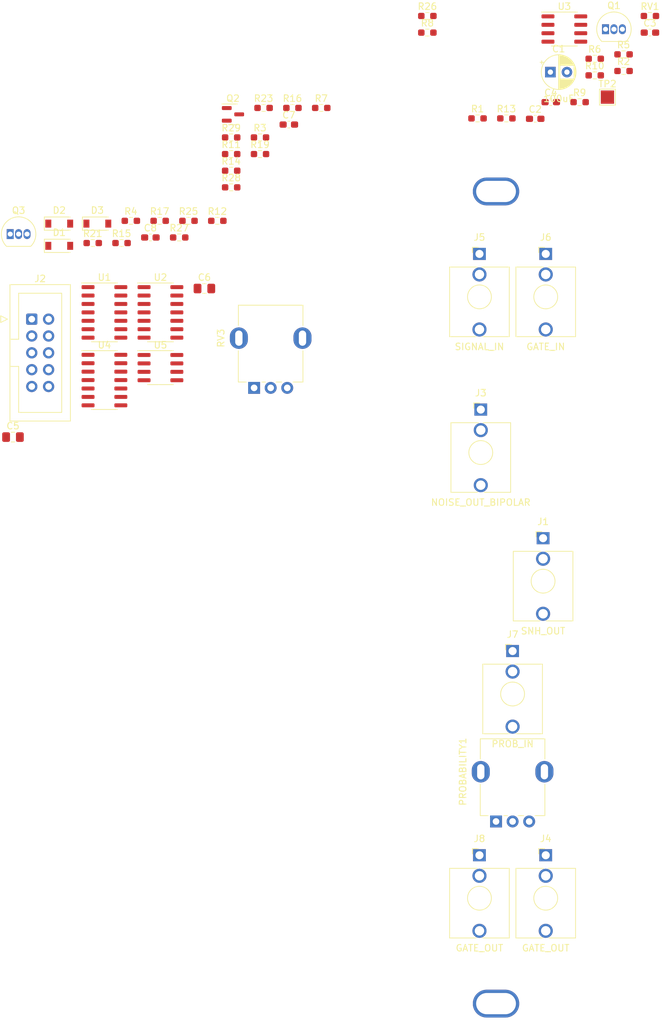
<source format=kicad_pcb>
(kicad_pcb (version 20211014) (generator pcbnew)
  (layers (0 "F.Cu" signal) (31 "B.Cu" signal) (34 "B.Paste" user) (35 "F.Paste" user) (36 "B.SilkS" user "B.Silkscreen") (37 "F.SilkS" user "F.Silkscreen") (38 "B.Mask" user) (39 "F.Mask" user) (44 "Edge.Cuts" user))
  (net 0 "")
  (net 1 "GND")
  (net 2 "Net-(C1-Pad1)")
  (net 3 "Net-(C2-Pad1)")
  (net 4 "Net-(C2-Pad2)")
  (net 5 "Net-(C3-Pad2)")
  (net 6 "Net-(C4-Pad2)")
  (net 7 "+12V")
  (net 8 "-12V")
  (net 9 "Net-(C7-Pad1)")
  (net 10 "Net-(C7-Pad2)")
  (net 11 "Net-(C8-Pad1)")
  (net 12 "Net-(D1-Pad1)")
  (net 13 "Net-(D1-Pad2)")
  (net 14 "Net-(D2-Pad1)")
  (net 15 "Net-(D3-Pad1)")
  (net 17 "SNH_OUTPUT")
  (net 19 "NOISE_OUTPUT")
  (net 21 "Net-(J4-PadT)")
  (net 22 "Net-(J5-PadT)")
  (net 23 "GATE_IN")
  (net 24 "Net-(J7-PadTN)")
  (net 25 "Net-(J7-PadT)")
  (net 27 "Net-(J8-PadT)")
  (net 29 "Net-(Q2-Pad1)")
  (net 30 "Net-(Q3-Pad1)")
  (net 31 "Net-(Q3-Pad2)")
  (net 32 "VREF")
  (net 33 "Net-(R6-Pad1)")
  (net 34 "Net-(R9-Pad1)")
  (net 35 "Net-(R10-Pad1)")
  (net 36 "Net-(R11-Pad1)")
  (net 37 "Net-(R12-Pad2)")
  (net 38 "WHITE_NOISE")
  (net 39 "Net-(R15-Pad1)")
  (net 40 "Net-(R19-Pad1)")
  (net 41 "Net-(R25-Pad1)")
  (net 42 "Net-(R25-Pad2)")
  (net 43 "Net-(R27-Pad1)")
  (net 44 "Net-(R27-Pad2)")
  (net 45 "Net-(R29-Pad1)")
  (net 46 "Net-(RV3-Pad2)")
  (footprint "Package_SO:SOIC-8_3.9x4.9mm_P1.27mm" (layer "F.Cu") (at 127.810225 27.5)
    (fp_text reference "U3" (at 0 -3.4) (layer "F.SilkS"))
    (fp_text value "TL072")
    (pad "1" smd roundrect (at -2.475 -1.905) (size 1.95 0.6) (layers "F.Cu" "F.Paste" "F.Mask") (net 34 "Net-(R9-Pad1)"))
    (pad "2" smd roundrect (at -2.475 -0.635) (size 1.95 0.6) (layers "F.Cu" "F.Paste" "F.Mask") (net 33 "Net-(R6-Pad1)"))
    (pad "3" smd roundrect (at -2.475 0.635) (size 1.95 0.6) (layers "F.Cu" "F.Paste" "F.Mask") (net 4 "Net-(C2-Pad2)"))
    (pad "4" smd roundrect (at -2.475 1.905) (size 1.95 0.6) (layers "F.Cu" "F.Paste" "F.Mask") (net 8 "-12V"))
    (pad "5" smd roundrect (at 2.475 1.905) (size 1.95 0.6) (layers "F.Cu" "F.Paste" "F.Mask") (net 34 "Net-(R9-Pad1)"))
    (pad "6" smd roundrect (at 2.475 0.635) (size 1.95 0.6) (layers "F.Cu" "F.Paste" "F.Mask") (net 35 "Net-(R10-Pad1)"))
    (pad "7" smd roundrect (at 2.475 -0.635) (size 1.95 0.6) (layers "F.Cu" "F.Paste" "F.Mask") (net 38 "WHITE_NOISE"))
    (pad "8" smd roundrect (at 2.475 -1.905) (size 1.95 0.6) (layers "F.Cu" "F.Paste" "F.Mask") (net 7 "+12V"))
  )
  (footprint "Capacitor_SMD:C_0805_2012Metric_Pad1.18x1.45mm_HandSolder" (layer "F.Cu") (at 73.500225 66.64)
    (fp_text reference "C6" (at 0 -1.68) (layer "F.SilkS"))
    (fp_text value "22uF")
    (pad "1" smd roundrect (at -1.0375 0) (size 1.175 1.45) (layers "F.Cu" "F.Paste" "F.Mask") (roundrect_rratio 0.212766) (net 1 "GND"))
    (pad "2" smd roundrect (at 1.0375 0) (size 1.175 1.45) (layers "F.Cu" "F.Paste" "F.Mask") (roundrect_rratio 0.212766) (net 8 "-12V"))
  )
  (footprint "Package_TO_SOT_THT:TO-92_Inline" (layer "F.Cu") (at 44.200225 58.43)
    (fp_text reference "Q3" (at 1.27 -3.56) (layer "F.SilkS"))
    (fp_text value "BC549")
    (pad "1" thru_hole rect (at 0 0) (size 1.05 1.5) (drill 0.75) (layers *.Cu *.Mask) (net 30 "Net-(Q3-Pad1)"))
    (pad "2" thru_hole oval (at 1.27 0) (size 1.05 1.5) (drill 0.75) (layers *.Cu *.Mask) (net 31 "Net-(Q3-Pad2)"))
    (pad "3" thru_hole oval (at 2.54 0) (size 1.05 1.5) (drill 0.75) (layers *.Cu *.Mask) (net 1 "GND"))
  )
  (footprint "Resistor_SMD:R_0603_1608Metric_Pad0.98x0.95mm_HandSolder" (layer "F.Cu") (at 107.140225 25.53)
    (fp_text reference "R26" (at 0 -1.43) (layer "F.SilkS"))
    (fp_text value "10k")
    (pad "1" smd roundrect (at -0.9125 0) (size 0.975 0.95) (layers "F.Cu" "F.Paste" "F.Mask") (net 1 "GND"))
    (pad "2" smd roundrect (at 0.9125 0) (size 0.975 0.95) (layers "F.Cu" "F.Paste" "F.Mask") (net 42 "Net-(R25-Pad2)"))
  )
  (footprint "Resistor_SMD:R_0603_1608Metric_Pad0.98x0.95mm_HandSolder" (layer "F.Cu") (at 107.140225 28.04)
    (fp_text reference "R8" (at 0 -1.43) (layer "F.SilkS"))
    (fp_text value "100k")
    (pad "1" smd roundrect (at -0.9125 0) (size 0.975 0.95) (layers "F.Cu" "F.Paste" "F.Mask") (net 32 "VREF"))
    (pad "2" smd roundrect (at 0.9125 0) (size 0.975 0.95) (layers "F.Cu" "F.Paste" "F.Mask") (net 7 "+12V"))
  )
  (footprint "Package_TO_SOT_SMD:SOT-23" (layer "F.Cu") (at 77.810225 40.37)
    (fp_text reference "Q2" (at 0 -2.4) (layer "F.SilkS"))
    (fp_text value "MMBFJ113")
    (pad "1" smd roundrect (at -0.9375 -0.95) (size 1.475 0.6) (layers "F.Cu" "F.Paste" "F.Mask") (net 29 "Net-(Q2-Pad1)"))
    (pad "2" smd roundrect (at -0.9375 0.95) (size 1.475 0.6) (layers "F.Cu" "F.Paste" "F.Mask") (net 11 "Net-(C8-Pad1)"))
    (pad "3" smd roundrect (at 0.9375 0) (size 1.475 0.6) (layers "F.Cu" "F.Paste" "F.Mask") (net 13 "Net-(D1-Pad2)"))
  )
  (footprint "Resistor_SMD:R_0603_1608Metric_Pad0.98x0.95mm_HandSolder" (layer "F.Cu") (at 77.540225 51.38)
    (fp_text reference "R28" (at 0 -1.43) (layer "F.SilkS"))
    (fp_text value "10k")
    (pad "1" smd roundrect (at -0.9125 0) (size 0.975 0.95) (layers "F.Cu" "F.Paste" "F.Mask") (net 1 "GND"))
    (pad "2" smd roundrect (at 0.9125 0) (size 0.975 0.95) (layers "F.Cu" "F.Paste" "F.Mask") (net 44 "Net-(R27-Pad2)"))
  )
  (footprint "Capacitor_SMD:C_0805_2012Metric_Pad1.18x1.45mm_HandSolder" (layer "F.Cu") (at 44.620225 89.05)
    (fp_text reference "C5" (at 0 -1.68) (layer "F.SilkS"))
    (fp_text value "22uF")
    (pad "1" smd roundrect (at -1.0375 0) (size 1.175 1.45) (layers "F.Cu" "F.Paste" "F.Mask") (roundrect_rratio 0.212766) (net 7 "+12V"))
    (pad "2" smd roundrect (at 1.0375 0) (size 1.175 1.45) (layers "F.Cu" "F.Paste" "F.Mask") (roundrect_rratio 0.212766) (net 1 "GND"))
  )
  (footprint "Package_SO:SOIC-8_3.9x4.9mm_P1.27mm" (layer "F.Cu") (at 66.870225 78.57)
    (fp_text reference "U5" (at 0 -3.4) (layer "F.SilkS"))
    (fp_text value "TL072")
    (pad "1" smd roundrect (at -2.475 -1.905) (size 1.95 0.6) (layers "F.Cu" "F.Paste" "F.Mask"))
    (pad "2" smd roundrect (at -2.475 -0.635) (size 1.95 0.6) (layers "F.Cu" "F.Paste" "F.Mask"))
    (pad "3" smd roundrect (at -2.475 0.635) (size 1.95 0.6) (layers "F.Cu" "F.Paste" "F.Mask"))
    (pad "4" smd roundrect (at -2.475 1.905) (size 1.95 0.6) (layers "F.Cu" "F.Paste" "F.Mask") (net 8 "-12V"))
    (pad "5" smd roundrect (at 2.475 1.905) (size 1.95 0.6) (layers "F.Cu" "F.Paste" "F.Mask"))
    (pad "6" smd roundrect (at 2.475 0.635) (size 1.95 0.6) (layers "F.Cu" "F.Paste" "F.Mask"))
    (pad "7" smd roundrect (at 2.475 -0.635) (size 1.95 0.6) (layers "F.Cu" "F.Paste" "F.Mask"))
    (pad "8" smd roundrect (at 2.475 -1.905) (size 1.95 0.6) (layers "F.Cu" "F.Paste" "F.Mask"))
  )
  (footprint "Capacitor_SMD:C_0603_1608Metric_Pad1.08x0.95mm_HandSolder" (layer "F.Cu") (at 123.410225 41.04)
    (fp_text reference "C2" (at 0 -1.43) (layer "F.SilkS"))
    (fp_text value "10nF")
    (pad "1" smd roundrect (at -0.8625 0) (size 1.075 0.95) (layers "F.Cu" "F.Paste" "F.Mask") (net 3 "Net-(C2-Pad1)"))
    (pad "2" smd roundrect (at 0.8625 0) (size 1.075 0.95) (layers "F.Cu" "F.Paste" "F.Mask") (net 4 "Net-(C2-Pad2)"))
  )
  (footprint "Resistor_SMD:R_0603_1608Metric_Pad0.98x0.95mm_HandSolder" (layer "F.Cu") (at 77.540225 48.87)
    (fp_text reference "R14" (at 0 -1.43) (layer "F.SilkS"))
    (fp_text value "1M")
    (pad "1" smd roundrect (at -0.9125 0) (size 0.975 0.95) (layers "F.Cu" "F.Paste" "F.Mask") (net 29 "Net-(Q2-Pad1)"))
    (pad "2" smd roundrect (at 0.9125 0) (size 0.975 0.95) (layers "F.Cu" "F.Paste" "F.Mask") (net 13 "Net-(D1-Pad2)"))
  )
  (footprint "Resistor_SMD:R_0603_1608Metric_Pad0.98x0.95mm_HandSolder" (layer "F.Cu") (at 132.390225 34.49)
    (fp_text reference "R10" (at 0 -1.43) (layer "F.SilkS"))
    (fp_text value "2.2k")
    (pad "1" smd roundrect (at -0.9125 0) (size 0.975 0.95) (layers "F.Cu" "F.Paste" "F.Mask") (net 35 "Net-(R10-Pad1)"))
    (pad "2" smd roundrect (at 0.9125 0) (size 0.975 0.95) (layers "F.Cu" "F.Paste" "F.Mask") (net 6 "Net-(C4-Pad2)"))
  )
  (footprint "Resistor_SMD:R_0603_1608Metric_Pad0.98x0.95mm_HandSolder" (layer "F.Cu") (at 81.890225 46.36)
    (fp_text reference "R19" (at 0 -1.43) (layer "F.SilkS"))
    (fp_text value "1k")
    (pad "1" smd roundrect (at -0.9125 0) (size 0.975 0.95) (layers "F.Cu" "F.Paste" "F.Mask") (net 40 "Net-(R19-Pad1)"))
    (pad "2" smd roundrect (at 0.9125 0) (size 0.975 0.95) (layers "F.Cu" "F.Paste" "F.Mask") (net 21 "Net-(J4-PadT)"))
  )
  (footprint "Capacitor_SMD:C_0603_1608Metric_Pad1.08x0.95mm_HandSolder" (layer "F.Cu") (at 65.350225 58.94)
    (fp_text reference "C8" (at 0 -1.43) (layer "F.SilkS"))
    (fp_text value "100nF")
    (pad "1" smd roundrect (at -0.8625 0) (size 1.075 0.95) (layers "F.Cu" "F.Paste" "F.Mask") (net 11 "Net-(C8-Pad1)"))
    (pad "2" smd roundrect (at 0.8625 0) (size 1.075 0.95) (layers "F.Cu" "F.Paste" "F.Mask") (net 1 "GND"))
  )
  (footprint "Resistor_SMD:R_0603_1608Metric_Pad0.98x0.95mm_HandSolder" (layer "F.Cu") (at 56.650225 59.78)
    (fp_text reference "R21" (at 0 -1.43) (layer "F.SilkS"))
    (fp_text value "10k")
    (pad "1" smd roundrect (at -0.9125 0) (size 0.975 0.95) (layers "F.Cu" "F.Paste" "F.Mask") (net 31 "Net-(Q3-Pad2)"))
    (pad "2" smd roundrect (at 0.9125 0) (size 0.975 0.95) (layers "F.Cu" "F.Paste" "F.Mask") (net 15 "Net-(D3-Pad1)"))
  )
  (footprint "TestPoint:TestPoint_Pad_2.0x2.0mm" (layer "F.Cu") (at 134.310225 37.77)
    (fp_text reference "TP2" (at 0 -1.998) (layer "F.SilkS"))
    (fp_text value "TP_10Vpp")
    (pad "1" smd rect (at 0 0) (size 2 2) (layers "F.Cu" "F.Mask") (net 38 "WHITE_NOISE"))
  )
  (footprint "Resistor_SMD:R_0603_1608Metric_Pad0.98x0.95mm_HandSolder" (layer "F.Cu") (at 132.390225 31.98)
    (fp_text reference "R6" (at 0 -1.43) (layer "F.SilkS"))
    (fp_text value "2.2k")
    (pad "1" smd roundrect (at -0.9125 0) (size 0.975 0.95) (layers "F.Cu" "F.Paste" "F.Mask") (net 33 "Net-(R6-Pad1)"))
    (pad "2" smd roundrect (at 0.9125 0) (size 0.975 0.95) (layers "F.Cu" "F.Paste" "F.Mask") (net 5 "Net-(C3-Pad2)"))
  )
  (footprint "Resistor_SMD:R_0603_1608Metric_Pad0.98x0.95mm_HandSolder" (layer "F.Cu") (at 136.740225 33.83)
    (fp_text reference "R2" (at 0 -1.43) (layer "F.SilkS"))
    (fp_text value "100k")
    (pad "1" smd roundrect (at -0.9125 0) (size 0.975 0.95) (layers "F.Cu" "F.Paste" "F.Mask") (net 2 "Net-(C1-Pad1)"))
    (pad "2" smd roundrect (at 0.9125 0) (size 0.975 0.95) (layers "F.Cu" "F.Paste" "F.Mask") (net 3 "Net-(C2-Pad1)"))
  )
  (footprint "benjiaomodular:AudioJack_3.5mm" (layer "F.Cu") (at 124.6 104.3)
    (fp_text reference "J1" (at 0 -2.5) (layer "F.SilkS"))
    (fp_text value "SNH_OUT" (at 0 14) (layer "F.SilkS"))
    (pad "S" thru_hole rect locked (at 0 0 180) (size 1.93 1.83) (drill 1.22) (layers *.Cu *.Mask) (net 1 "GND"))
    (pad "T" thru_hole circle locked (at 0 11.4 180) (size 2.13 2.13) (drill 1.43) (layers *.Cu *.Mask) (net 17 "SNH_OUTPUT"))
    (pad "TN" thru_hole circle locked (at 0 3.1 180) (size 2.13 2.13) (drill 1.42) (layers *.Cu *.Mask))
  )
  (footprint "Capacitor_SMD:C_0603_1608Metric_Pad1.08x0.95mm_HandSolder" (layer "F.Cu") (at 125.760225 38.53)
    (fp_text reference "C4" (at 0 -1.43) (layer "F.SilkS"))
    (fp_text value "220nF")
    (pad "1" smd roundrect (at -0.8625 0) (size 1.075 0.95) (layers "F.Cu" "F.Paste" "F.Mask") (net 1 "GND"))
    (pad "2" smd roundrect (at 0.8625 0) (size 1.075 0.95) (layers "F.Cu" "F.Paste" "F.Mask") (net 6 "Net-(C4-Pad2)"))
  )
  (footprint "Resistor_SMD:R_0603_1608Metric_Pad0.98x0.95mm_HandSolder" (layer "F.Cu") (at 75.450225 56.43)
    (fp_text reference "R12" (at 0 -1.43) (layer "F.SilkS"))
    (fp_text value "10k")
    (pad "1" smd roundrect (at -0.9125 0) (size 0.975 0.95) (layers "F.Cu" "F.Paste" "F.Mask") (net 1 "GND"))
    (pad "2" smd roundrect (at 0.9125 0) (size 0.975 0.95) (layers "F.Cu" "F.Paste" "F.Mask") (net 37 "Net-(R12-Pad2)"))
  )
  (footprint "benjiaomodular:AudioJack_3.5mm" (layer "F.Cu") (at 120 121.32)
    (fp_text reference "J7" (at 0 -2.5) (layer "F.SilkS"))
    (fp_text value "PROB_IN" (at 0 14) (layer "F.SilkS"))
    (pad "S" thru_hole rect locked (at 0 0 180) (size 1.93 1.83) (drill 1.22) (layers *.Cu *.Mask) (net 1 "GND"))
    (pad "T" thru_hole circle locked (at 0 11.4 180) (size 2.13 2.13) (drill 1.43) (layers *.Cu *.Mask) (net 25 "Net-(J7-PadT)"))
    (pad "TN" thru_hole circle locked (at 0 3.1 180) (size 2.13 2.13) (drill 1.42) (layers *.Cu *.Mask) (net 24 "Net-(J7-PadTN)"))
  )
  (footprint "Resistor_SMD:R_0603_1608Metric_Pad0.98x0.95mm_HandSolder" (layer "F.Cu") (at 119.060225 40.98)
    (fp_text reference "R13" (at 0 -1.43) (layer "F.SilkS"))
    (fp_text value "1k")
    (pad "1" smd roundrect (at -0.9125 0) (size 0.975 0.95) (layers "F.Cu" "F.Paste" "F.Mask") (net 38 "WHITE_NOISE"))
    (pad "2" smd roundrect (at 0.9125 0) (size 0.975 0.95) (layers "F.Cu" "F.Paste" "F.Mask") (net 19 "NOISE_OUTPUT"))
  )
  (footprint "benjiaomodular:AudioJack_3.5mm" (layer "F.Cu") (at 115 152.12)
    (fp_text reference "J8" (at 0 -2.5) (layer "F.SilkS"))
    (fp_text value "GATE_OUT" (at 0 14) (layer "F.SilkS"))
    (pad "S" thru_hole rect locked (at 0 0 180) (size 1.93 1.83) (drill 1.22) (layers *.Cu *.Mask) (net 1 "GND"))
    (pad "T" thru_hole circle locked (at 0 11.4 180) (size 2.13 2.13) (drill 1.43) (layers *.Cu *.Mask) (net 27 "Net-(J8-PadT)"))
    (pad "TN" thru_hole circle locked (at 0 3.1 180) (size 2.13 2.13) (drill 1.42) (layers *.Cu *.Mask))
  )
  (footprint "benjiaomodular:AudioJack_3.5mm" (layer "F.Cu") (at 125 61.42)
    (fp_text reference "J6" (at 0 -2.5) (layer "F.SilkS"))
    (fp_text value "GATE_IN" (at 0 14) (layer "F.SilkS"))
    (pad "S" thru_hole rect locked (at 0 0 180) (size 1.93 1.83) (drill 1.22) (layers *.Cu *.Mask) (net 1 "GND"))
    (pad "T" thru_hole circle locked (at 0 11.4 180) (size 2.13 2.13) (drill 1.43) (layers *.Cu *.Mask) (net 9 "Net-(C7-Pad1)"))
    (pad "TN" thru_hole circle locked (at 0 3.1 180) (size 2.13 2.13) (drill 1.42) (layers *.Cu *.Mask) (net 23 "GATE_IN"))
  )
  (footprint "Resistor_SMD:R_0603_1608Metric_Pad0.98x0.95mm_HandSolder" (layer "F.Cu") (at 69.700225 58.94)
    (fp_text reference "R27" (at 0 -1.43) (layer "F.SilkS"))
    (fp_text value "10k")
    (pad "1" smd roundrect (at -0.9125 0) (size 0.975 0.95) (layers "F.Cu" "F.Paste" "F.Mask") (net 43 "Net-(R27-Pad1)"))
    (pad "2" smd roundrect (at 0.9125 0) (size 0.975 0.95) (layers "F.Cu" "F.Paste" "F.Mask") (net 44 "Net-(R27-Pad2)"))
  )
  (footprint "Capacitor_SMD:C_0603_1608Metric_Pad1.08x0.95mm_HandSolder" (layer "F.Cu") (at 140.720225 28.04)
    (fp_text reference "C3" (at 0 -1.43) (layer "F.SilkS"))
    (fp_text value "220nF")
    (pad "1" smd roundrect (at -0.8625 0) (size 1.075 0.95) (layers "F.Cu" "F.Paste" "F.Mask") (net 1 "GND"))
    (pad "2" smd roundrect (at 0.8625 0) (size 1.075 0.95) (layers "F.Cu" "F.Paste" "F.Mask") (net 5 "Net-(C3-Pad2)"))
  )
  (footprint "Resistor_SMD:R_0603_1608Metric_Pad0.98x0.95mm_HandSolder" (layer "F.Cu") (at 77.540225 43.85)
    (fp_text reference "R29" (at 0 -1.43) (layer "F.SilkS"))
    (fp_text value "1k")
    (pad "1" smd roundrect (at -0.9125 0) (size 0.975 0.95) (layers "F.Cu" "F.Paste" "F.Mask") (net 45 "Net-(R29-Pad1)"))
    (pad "2" smd roundrect (at 0.9125 0) (size 0.975 0.95) (layers "F.Cu" "F.Paste" "F.Mask") (net 27 "Net-(J8-PadT)"))
  )
  (footprint "Diode_SMD:D_SOD-123" (layer "F.Cu") (at 57.350225 56.85)
    (fp_text reference "D3" (at 0 -2) (layer "F.SilkS"))
    (fp_text value "1N4148W")
    (pad "1" smd rect (at -1.65 0) (size 0.9 1.2) (layers "F.Cu" "F.Paste" "F.Mask") (net 15 "Net-(D3-Pad1)"))
    (pad "2" smd rect (at 1.65 0) (size 0.9 1.2) (layers "F.Cu" "F.Paste" "F.Mask") (net 1 "GND"))
  )
  (footprint "Resistor_SMD:R_0603_1608Metric_Pad0.98x0.95mm_HandSolder" (layer "F.Cu") (at 82.430225 39.4)
    (fp_text reference "R23" (at 0 -1.43) (layer "F.SilkS"))
    (fp_text value "1k")
    (pad "1" smd roundrect (at -0.9125 0) (size 0.975 0.95) (layers "F.Cu" "F.Paste" "F.Mask") (net 30 "Net-(Q3-Pad1)"))
    (pad "2" smd roundrect (at 0.9125 0) (size 0.975 0.95) (layers "F.Cu" "F.Paste" "F.Mask") (net 7 "+12V"))
  )
  (footprint "benjiaomodular:AudioJack_3.5mm" (layer "F.Cu") (at 115 61.42)
    (fp_text reference "J5" (at 0 -2.5) (layer "F.SilkS"))
    (fp_text value "SIGNAL_IN" (at 0 14) (layer "F.SilkS"))
    (pad "S" thru_hole rect locked (at 0 0 180) (size 1.93 1.83) (drill 1.22) (layers *.Cu *.Mask) (net 1 "GND"))
    (pad "T" thru_hole circle locked (at 0 11.4 180) (size 2.13 2.13) (drill 1.43) (layers *.Cu *.Mask) (net 22 "Net-(J5-PadT)"))
    (pad "TN" thru_hole circle locked (at 0 3.1 180) (size 2.13 2.13) (drill 1.42) (layers *.Cu *.Mask) (net 19 "NOISE_OUTPUT"))
  )
  (footprint "Diode_SMD:D_SOD-123" (layer "F.Cu") (at 51.600225 60.2)
    (fp_text reference "D1" (at 0 -2) (layer "F.SilkS"))
    (fp_text value "1N4148W")
    (pad "1" smd rect (at -1.65 0) (size 0.9 1.2) (layers "F.Cu" "F.Paste" "F.Mask") (net 12 "Net-(D1-Pad1)"))
    (pad "2" smd rect (at 1.65 0) (size 0.9 1.2) (layers "F.Cu" "F.Paste" "F.Mask") (net 13 "Net-(D1-Pad2)"))
  )
  (footprint "Resistor_SMD:R_0603_1608Metric_Pad0.98x0.95mm_HandSolder" (layer "F.Cu") (at 136.740225 31.32)
    (fp_text reference "R5" (at 0 -1.43) (layer "F.SilkS"))
    (fp_text value "100k")
    (pad "1" smd roundrect (at -0.9125 0) (size 0.975 0.95) (layers "F.Cu" "F.Paste" "F.Mask") (net 4 "Net-(C2-Pad2)"))
    (pad "2" smd roundrect (at 0.9125 0) (size 0.975 0.95) (layers "F.Cu" "F.Paste" "F.Mask") (net 1 "GND"))
  )
  (footprint "benjiaomodular:AudioJack_3.5mm" (layer "F.Cu") (at 125 152.12)
    (fp_text reference "J4" (at 0 -2.5) (layer "F.SilkS"))
    (fp_text value "GATE_OUT" (at 0 14) (layer "F.SilkS"))
    (pad "S" thru_hole rect locked (at 0 0 180) (size 1.93 1.83) (drill 1.22) (layers *.Cu *.Mask) (net 1 "GND"))
    (pad "T" thru_hole circle locked (at 0 11.4 180) (size 2.13 2.13) (drill 1.43) (layers *.Cu *.Mask) (net 21 "Net-(J4-PadT)"))
    (pad "TN" thru_hole circle locked (at 0 3.1 180) (size 2.13 2.13) (drill 1.42) (layers *.Cu *.Mask))
  )
  (footprint "Package_SO:SOIC-14_3.9x8.7mm_P1.27mm" (layer "F.Cu") (at 66.870225 70.24)
    (fp_text reference "U2" (at 0 -5.28) (layer "F.SilkS"))
    (fp_text value "TL074")
    (pad "1" smd roundrect (at -2.475 -3.81) (size 1.95 0.6) (layers "F.Cu" "F.Paste" "F.Mask") (net 12 "Net-(D1-Pad1)"))
    (pad "2" smd roundrect (at -2.475 -2.54) (size 1.95 0.6) (layers "F.Cu" "F.Paste" "F.Mask") (net 32 "VREF"))
    (pad "3" smd roundrect (at -2.475 -1.27) (size 1.95 0.6) (layers "F.Cu" "F.Paste" "F.Mask") (net 14 "Net-(D2-Pad1)"))
    (pad "4" smd roundrect (at -2.475 0) (size 1.95 0.6) (layers "F.Cu" "F.Paste" "F.Mask") (net 7 "+12V"))
    (pad "5" smd roundrect (at -2.475 1.27) (size 1.95 0.6) (layers "F.Cu" "F.Paste" "F.Mask"))
    (pad "6" smd roundrect (at -2.475 2.54) (size 1.95 0.6) (layers "F.Cu" "F.Paste" "F.Mask"))
    (pad "7" smd roundrect (at -2.475 3.81) (size 1.95 0.6) (layers "F.Cu" "F.Paste" "F.Mask"))
    (pad "8" smd roundrect (at 2.475 3.81) (size 1.95 0.6) (layers "F.Cu" "F.Paste" "F.Mask") (net 36 "Net-(R11-Pad1)"))
    (pad "9" smd roundrect (at 2.475 2.54) (size 1.95 0.6) (layers "F.Cu" "F.Paste" "F.Mask") (net 36 "Net-(R11-Pad1)"))
    (pad "10" smd roundrect (at 2.475 1.27) (size 1.95 0.6) (layers "F.Cu" "F.Paste" "F.Mask") (net 11 "Net-(C8-Pad1)"))
    (pad "11" smd roundrect (at 2.475 0) (size 1.95 0.6) (layers "F.Cu" "F.Paste" "F.Mask") (net 8 "-12V"))
    (pad "12" smd roundrect (at 2.475 -1.27) (size 1.95 0.6) (layers "F.Cu" "F.Paste" "F.Mask") (net 46 "Net-(RV3-Pad2)"))
    (pad "13" smd roundrect (at 2.475 -2.54) (size 1.95 0.6) (layers "F.Cu" "F.Paste" "F.Mask") (net 29 "Net-(Q2-Pad1)"))
    (pad "14" smd roundrect (at 2.475 -3.81) (size 1.95 0.6) (layers "F.Cu" "F.Paste" "F.Mask") (net 29 "Net-(Q2-Pad1)"))
  )
  (footprint "benjiaomodular:Potentiometer_RV09" (layer "F.Cu") (at 117.5 147.025 90)
    (fp_text reference "PROBABILITY1" (at 7.5 -5 90) (layer "F.SilkS"))
    (fp_text value "B100k")
    (pad "" thru_hole oval locked (at 7.5 7.3 180) (size 2.72 3.24) (drill oval 1.1 2.3) (layers *.Cu *.Mask))
    (pad "" thru_hole oval locked (at 7.5 -2.3 180) (size 2.72 3.24) (drill oval 1.1 2.3) (layers *.Cu *.Mask))
    (pad "1" thru_hole rect locked (at 0 0 180) (size 1.8 1.8) (drill 1) (layers *.Cu *.Mask) (net 7 "+12V"))
    (pad "2" thru_hole circle locked (at 0 2.5 180) (size 1.8 1.8) (drill 1) (layers *.Cu *.Mask) (net 24 "Net-(J7-PadTN)"))
    (pad "3" thru_hole circle locked (at 0 5 180) (size 1.8 1.8) (drill 1) (layers *.Cu *.Mask) (net 8 "-12V"))
  )
  (footprint "Resistor_SMD:R_0603_1608Metric_Pad0.98x0.95mm_HandSolder" (layer "F.Cu") (at 91.130225 39.4)
    (fp_text reference "R7" (at 0 -1.43) (layer "F.SilkS"))
    (fp_text value "10k")
    (pad "1" smd roundrect (at -0.9125 0) (size 0.975 0.95) (layers "F.Cu" "F.Paste" "F.Mask") (net 14 "Net-(D2-Pad1)"))
    (pad "2" smd roundrect (at 0.9125 0) (size 0.975 0.95) (layers "F.Cu" "F.Paste" "F.Mask") (net 1 "GND"))
  )
  (footprint "Resistor_SMD:R_0603_1608Metric_Pad0.98x0.95mm_HandSolder" (layer "F.Cu") (at 81.890225 43.85)
    (fp_text reference "R3" (at 0 -1.43) (layer "F.SilkS"))
    (fp_text value "10k")
    (pad "1" smd roundrect (at -0.9125 0) (size 0.975 0.95) (layers "F.Cu" "F.Paste" "F.Mask") (net 10 "Net-(C7-Pad2)"))
    (pad "2" smd roundrect (at 0.9125 0) (size 0.975 0.95) (layers "F.Cu" "F.Paste" "F.Mask") (net 1 "GND"))
  )
  (footprint "Package_SO:SOIC-14_3.9x8.7mm_P1.27mm" (layer "F.Cu") (at 58.420225 80.45)
    (fp_text reference "U4" (at 0 -5.28) (layer "F.SilkS"))
    (fp_text value "4081")
    (pad "1" smd roundrect (at -2.475 -3.81) (size 1.95 0.6) (layers "F.Cu" "F.Paste" "F.Mask") (net 37 "Net-(R12-Pad2)"))
    (pad "2" smd roundrect (at -2.475 -2.54) (size 1.95 0.6) (layers "F.Cu" "F.Paste" "F.Mask") (net 15 "Net-(D3-Pad1)"))
    (pad "3" smd roundrect (at -2.475 -1.27) (size 1.95 0.6) (layers "F.Cu" "F.Paste" "F.Mask") (net 41 "Net-(R25-Pad1)"))
    (pad "4" smd roundrect (at -2.475 0) (size 1.95 0.6) (layers "F.Cu" "F.Paste" "F.Mask") (net 43 "Net-(R27-Pad1)"))
    (pad "5" smd roundrect (at -2.475 1.27) (size 1.95 0.6) (layers "F.Cu" "F.Paste" "F.Mask") (net 37 "Net-(R12-Pad2)"))
    (pad "6" smd roundrect (at -2.475 2.54) (size 1.95 0.6) (layers "F.Cu" "F.Paste" "F.Mask") (net 30 "Net-(Q3-Pad1)"))
    (pad "7" smd roundrect (at -2.475 3.81) (size 1.95 0.6) (layers "F.Cu" "F.Paste" "F.Mask") (net 1 "GND"))
    (pad "8" smd roundrect (at 2.475 3.81) (size 1.95 0.6) (layers "F.Cu" "F.Paste" "F.Mask"))
    (pad "9" smd roundrect (at 2.475 2.54) (size 1.95 0.6) (layers "F.Cu" "F.Paste" "F.Mask"))
    (pad "10" smd roundrect (at 2.475 1.27) (size 1.95 0.6) (layers "F.Cu" "F.Paste" "F.Mask"))
    (pad "11" smd roundrect (at 2.475 0) (size 1.95 0.6) (layers "F.Cu" "F.Paste" "F.Mask"))
    (pad "12" smd roundrect (at 2.475 -1.27) (size 1.95 0.6) (layers "F.Cu" "F.Paste" "F.Mask"))
    (pad "13" smd roundrect (at 2.475 -2.54) (size 1.95 0.6) (layers "F.Cu" "F.Paste" "F.Mask"))
    (pad "14" smd roundrect (at 2.475 -3.81) (size 1.95 0.6) (layers "F.Cu" "F.Paste" "F.Mask"))
  )
  (footprint "Connector_IDC:IDC-Header_2x05_P2.54mm_Vertical" (layer "F.Cu") (at 47.455225 71.26)
    (fp_text reference "J2" (at 1.27 -6.1) (layer "F.SilkS"))
    (fp_text value "IDC_2x05")
    (pad "1" thru_hole roundrect (at 0 0) (size 1.7 1.7) (drill 1) (layers *.Cu *.Mask) (roundrect_rratio 0.147059) (net 8 "-12V"))
    (pad "2" thru_hole circle (at 2.54 0) (size 1.7 1.7) (drill 1) (layers *.Cu *.Mask) (net 8 "-12V"))
    (pad "3" thru_hole circle (at 0 2.54) (size 1.7 1.7) (drill 1) (layers *.Cu *.Mask) (net 1 "GND"))
    (pad "4" thru_hole circle (at 2.54 2.54) (size 1.7 1.7) (drill 1) (layers *.Cu *.Mask) (net 1 "GND"))
    (pad "5" thru_hole circle (at 0 5.08) (size 1.7 1.7) (drill 1) (layers *.Cu *.Mask) (net 1 "GND"))
    (pad "6" thru_hole circle (at 2.54 5.08) (size 1.7 1.7) (drill 1) (layers *.Cu *.Mask) (net 1 "GND"))
    (pad "7" thru_hole circle (at 0 7.62) (size 1.7 1.7) (drill 1) (layers *.Cu *.Mask) (net 1 "GND"))
    (pad "8" thru_hole circle (at 2.54 7.62) (size 1.7 1.7) (drill 1) (layers *.Cu *.Mask) (net 1 "GND"))
    (pad "9" thru_hole circle (at 0 10.16) (size 1.7 1.7) (drill 1) (layers *.Cu *.Mask) (net 7 "+12V"))
    (pad "10" thru_hole circle (at 2.54 10.16) (size 1.7 1.7) (drill 1) (layers *.Cu *.Mask) (net 7 "+12V"))
  )
  (footprint "Resistor_SMD:R_0603_1608Metric_Pad0.98x0.95mm_HandSolder" (layer "F.Cu") (at 114.710225 40.98)
    (fp_text reference "R1" (at 0 -1.43) (layer "F.SilkS"))
    (fp_text value "4.7k")
    (pad "1" smd roundrect (at -0.9125 0) (size 0.975 0.95) (layers "F.Cu" "F.Paste" "F.Mask") (net 7 "+12V"))
    (pad "2" smd roundrect (at 0.9125 0) (size 0.975 0.95) (layers "F.Cu" "F.Paste" "F.Mask") (net 2 "Net-(C1-Pad1)"))
  )
  (footprint "benjiaomodular:Panel_4HP" (layer "F.Cu") (at 110 49)
    (fp_text reference "REF**" hide)
    (fp_text value "Panel_4HP")
    (pad "" thru_hole oval locked (at 7.5 125.5) (size 7 4.2) (drill oval 6 3.2) (layers *.Cu *.Mask))
    (pad "" thru_hole oval locked (at 7.5 3) (size 7 4.2) (drill oval 6 3.2) (layers *.Cu *.Mask))
  )
  (footprint "Resistor_SMD:R_0603_1608Metric_Pad0.98x0.95mm_HandSolder" (layer "F.Cu") (at 130.110225 38.53)
    (fp_text reference "R9" (at 0 -1.43) (layer "F.SilkS"))
    (fp_text value "100k")
    (pad "1" smd roundrect (at -0.9125 0) (size 0.975 0.95) (layers "F.Cu" "F.Paste" "F.Mask") (net 34 "Net-(R9-Pad1)"))
    (pad "2" smd roundrect (at 0.9125 0) (size 0.975 0.95) (layers "F.Cu" "F.Paste" "F.Mask") (net 33 "Net-(R6-Pad1)"))
  )
  (footprint "Resistor_SMD:R_0603_1608Metric_Pad0.98x0.95mm_HandSolder" (layer "F.Cu") (at 71.100225 56.43)
    (fp_text reference "R25" (at 0 -1.43) (layer "F.SilkS"))
    (fp_text value "10k")
    (pad "1" smd roundrect (at -0.9125 0) (size 0.975 0.95) (layers "F.Cu" "F.Paste" "F.Mask") (net 41 "Net-(R25-Pad1)"))
    (pad "2" smd roundrect (at 0.9125 0) (size 0.975 0.95) (layers "F.Cu" "F.Paste" "F.Mask") (net 42 "Net-(R25-Pad2)"))
  )
  (footprint "Resistor_SMD:R_0603_1608Metric_Pad0.98x0.95mm_HandSolder" (layer "F.Cu") (at 140.720225 25.53)
    (fp_text reference "RV1" (at 0 -1.43) (layer "F.SilkS"))
    (fp_text value "100k")
    (pad "1" smd roundrect (at -0.9125 0) (size 0.975 0.95) (layers "F.Cu" "F.Paste" "F.Mask") (net 35 "Net-(R10-Pad1)"))
    (pad "2" smd roundrect (at 0.9125 0) (size 0.975 0.95) (layers "F.Cu" "F.Paste" "F.Mask") (net 38 "WHITE_NOISE"))
  )
  (footprint "Resistor_SMD:R_0603_1608Metric_Pad0.98x0.95mm_HandSolder" (layer "F.Cu") (at 61.000225 59.78)
    (fp_text reference "R15" (at 0 -1.43) (layer "F.SilkS"))
    (fp_text value "1k")
    (pad "1" smd roundrect (at -0.9125 0) (size 0.975 0.95) (layers "F.Cu" "F.Paste" "F.Mask") (net 39 "Net-(R15-Pad1)"))
    (pad "2" smd roundrect (at 0.9125 0) (size 0.975 0.95) (layers "F.Cu" "F.Paste" "F.Mask") (net 15 "Net-(D3-Pad1)"))
  )
  (footprint "benjiaomodular:AudioJack_3.5mm" (layer "F.Cu") (at 115.2 84.9)
    (fp_text reference "J3" (at 0 -2.5) (layer "F.SilkS"))
    (fp_text value "NOISE_OUT_BIPOLAR" (at 0 14) (layer "F.SilkS"))
    (pad "S" thru_hole rect locked (at 0 0 180) (size 1.93 1.83) (drill 1.22) (layers *.Cu *.Mask) (net 1 "GND"))
    (pad "T" thru_hole circle locked (at 0 11.4 180) (size 2.13 2.13) (drill 1.43) (layers *.Cu *.Mask) (net 19 "NOISE_OUTPUT"))
    (pad "TN" thru_hole circle locked (at 0 3.1 180) (size 2.13 2.13) (drill 1.42) (layers *.Cu *.Mask))
  )
  (footprint "Diode_SMD:D_SOD-123" (layer "F.Cu") (at 51.600225 56.85)
    (fp_text reference "D2" (at 0 -2) (layer "F.SilkS"))
    (fp_text value "1N4148W")
    (pad "1" smd rect (at -1.65 0) (size 0.9 1.2) (layers "F.Cu" "F.Paste" "F.Mask") (net 14 "Net-(D2-Pad1)"))
    (pad "2" smd rect (at 1.65 0) (size 0.9 1.2) (layers "F.Cu" "F.Paste" "F.Mask") (net 10 "Net-(C7-Pad2)"))
  )
  (footprint "Resistor_SMD:R_0603_1608Metric_Pad0.98x0.95mm_HandSolder" (layer "F.Cu") (at 77.540225 46.36)
    (fp_text reference "R11" (at 0 -1.43) (layer "F.SilkS"))
    (fp_text value "1k")
    (pad "1" smd roundrect (at -0.9125 0) (size 0.975 0.95) (layers "F.Cu" "F.Paste" "F.Mask") (net 36 "Net-(R11-Pad1)"))
    (pad "2" smd roundrect (at 0.9125 0) (size 0.975 0.95) (layers "F.Cu" "F.Paste" "F.Mask") (net 17 "SNH_OUTPUT"))
  )
  (footprint "Capacitor_SMD:C_0603_1608Metric_Pad1.08x0.95mm_HandSolder" (layer "F.Cu") (at 86.240225 41.91)
    (fp_text reference "C7" (at 0 -1.43) (layer "F.SilkS"))
    (fp_text value "10nF")
    (pad "1" smd roundrect (at -0.8625 0) (size 1.075 0.95) (layers "F.Cu" "F.Paste" "F.Mask") (net 9 "Net-(C7-Pad1)"))
    (pad "2" smd roundrect (at 0.8625 0) (size 1.075 0.95) (layers "F.Cu" "F.Paste" "F.Mask") (net 10 "Net-(C7-Pad2)"))
  )
  (footprint "Resistor_SMD:R_0603_1608Metric_Pad0.98x0.95mm_HandSolder" (layer "F.Cu") (at 66.750225 56.43)
    (fp_text reference "R17" (at 0 -1.43) (layer "F.SilkS"))
    (fp_text value "10k")
    (pad "1" smd roundrect (at -0.9125 0) (size 0.975 0.95) (layers "F.Cu" "F.Paste" "F.Mask") (net 1 "GND"))
    (pad "2" smd roundrect (at 0.9125 0) (size 0.975 0.95) (layers "F.Cu" "F.Paste" "F.Mask") (net 30 "Net-(Q3-Pad1)"))
  )
  (footprint "Package_SO:SOIC-14_3.9x8.7mm_P1.27mm" (layer "F.Cu") (at 58.420225 70.24)
    (fp_text reference "U1" (at 0 -5.28) (layer "F.SilkS"))
    (fp_text value "TL074")
    (pad "1" smd roundrect (at -2.475 -3.81) (size 1.95 0.6) (layers "F.Cu" "F.Paste" "F.Mask") (net 39 "Net-(R15-Pad1)"))
    (pad "2" smd roundrect (at -2.475 -2.54) (size 1.95 0.6) (layers "F.Cu" "F.Paste" "F.Mask") (net 25 "Net-(J7-PadT)"))
    (pad "3" smd roundrect (at -2.475 -1.27) (size 1.95 0.6) (layers "F.Cu" "F.Paste" "F.Mask") (net 17 "SNH_OUTPUT"))
    (pad "4" smd roundrect (at -2.475 0) (size 1.95 0.6) (layers "F.Cu" "F.Paste" "F.Mask") (net 7 "+12V"))
    (pad "5" smd roundrect (at -2.475 1.27) (size 1.95 0.6) (layers "F.Cu" "F.Paste" "F.Mask") (net 23 "GATE_IN"))
    (pad "6" smd roundrect (at -2.475 2.54) (size 1.95 0.6) (layers "F.Cu" "F.Paste" "F.Mask") (net 32 "VREF"))
    (pad "7" smd roundrect (at -2.475 3.81) (size 1.95 0.6) (layers "F.Cu" "F.Paste" "F.Mask") (net 37 "Net-(R12-Pad2)"))
    (pad "8" smd roundrect (at 2.475 3.81) (size 1.95 0.6) (layers "F.Cu" "F.Paste" "F.Mask") (net 40 "Net-(R19-Pad1)"))
    (pad "9" smd roundrect (at 2.475 2.54) (size 1.95 0.6) (layers "F.Cu" "F.Paste" "F.Mask") (net 40 "Net-(R19-Pad1)"))
    (pad "10" smd roundrect (at 2.475 1.27) (size 1.95 0.6) (layers "F.Cu" "F.Paste" "F.Mask") (net 42 "Net-(R25-Pad2)"))
    (pad "11" smd roundrect (at 2.475 0) (size 1.95 0.6) (layers "F.Cu" "F.Paste" "F.Mask") (net 8 "-12V"))
    (pad "12" smd roundrect (at 2.475 -1.27) (size 1.95 0.6) (layers "F.Cu" "F.Paste" "F.Mask") (net 44 "Net-(R27-Pad2)"))
    (pad "13" smd roundrect (at 2.475 -2.54) (size 1.95 0.6) (layers "F.Cu" "F.Paste" "F.Mask") (net 45 "Net-(R29-Pad1)"))
    (pad "14" smd roundrect (at 2.475 -3.81) (size 1.95 0.6) (layers "F.Cu" "F.Paste" "F.Mask") (net 45 "Net-(R29-Pad1)"))
  )
  (footprint "benjiaomodular:Potentiometer_RV09" (layer "F.Cu") (at 81 81.625 90)
    (fp_text reference "RV3" (at 7.5 -5 90) (layer "F.SilkS"))
    (fp_text value "B100k")
    (pad "" thru_hole oval locked (at 7.5 7.3 180) (size 2.72 3.24) (drill oval 1.1 2.3) (layers *.Cu *.Mask))
    (pad "" thru_hole oval locked (at 7.5 -2.3 180) (size 2.72 3.24) (drill oval 1.1 2.3) (layers *.Cu *.Mask))
    (pad "1" thru_hole rect locked (at 0 0 180) (size 1.8 1.8) (drill 1) (layers *.Cu *.Mask) (net 1 "GND"))
    (pad "2" thru_hole circle locked (at 0 2.5 180) (size 1.8 1.8) (drill 1) (layers *.Cu *.Mask) (net 46 "Net-(RV3-Pad2)"))
    (pad "3" thru_hole circle locked (at 0 5 180) (size 1.8 1.8) (drill 1) (layers *.Cu *.Mask) (net 22 "Net-(J5-PadT)"))
  )
  (footprint "Resistor_SMD:R_0603_1608Metric_Pad0.98x0.95mm_HandSolder" (layer "F.Cu") (at 86.780225 39.4)
    (fp_text reference "R16" (at 0 -1.43) (layer "F.SilkS"))
    (fp_text value "10k")
    (pad "1" smd roundrect (at -0.9125 0) (size 0.975 0.95) (layers "F.Cu" "F.Paste" "F.Mask") (net 1 "GND"))
    (pad "2" smd roundrect (at 0.9125 0) (size 0.975 0.95) (layers "F.Cu" "F.Paste" "F.Mask") (net 37 "Net-(R12-Pad2)"))
  )
  (footprint "benjiaomodular:Capacitor_Radial_D5.0mm_P2.5mm" (layer "F.Cu") (at 125.7 34)
    (fp_text reference "C1" (at 1.25 -3.5) (layer "F.SilkS"))
    (fp_text value "100uF" (at 1.25 4) (layer "F.SilkS"))
    (pad "1" thru_hole rect locked (at 0 0) (size 1.6 1.6) (drill 0.8) (layers *.Cu *.Mask) (net 2 "Net-(C1-Pad1)"))
    (pad "2" thru_hole circle locked (at 2.5 0) (size 1.6 1.6) (drill 0.8) (layers *.Cu *.Mask) (net 1 "GND"))
  )
  (footprint "Resistor_SMD:R_0603_1608Metric_Pad0.98x0.95mm_HandSolder" (layer "F.Cu") (at 62.400225 56.43)
    (fp_text reference "R4" (at 0 -1.43) (layer "F.SilkS"))
    (fp_text value "33k")
    (pad "1" smd roundrect (at -0.9125 0) (size 0.975 0.95) (layers "F.Cu" "F.Paste" "F.Mask") (net 1 "GND"))
    (pad "2" smd roundrect (at 0.9125 0) (size 0.975 0.95) (layers "F.Cu" "F.Paste" "F.Mask") (net 32 "VREF"))
  )
  (footprint "Package_TO_SOT_THT:TO-92_Inline" (layer "F.Cu") (at 134.020225 27.53)
    (fp_text reference "Q1" (at 1.27 -3.56) (layer "F.SilkS"))
    (fp_text value "BC548")
    (pad "1" thru_hole rect (at 0 0) (size 1.05 1.5) (drill 0.75) (layers *.Cu *.Mask))
    (pad "2" thru_hole oval (at 1.27 0) (size 1.05 1.5) (drill 0.75) (layers *.Cu *.Mask) (net 1 "GND"))
    (pad "3" thru_hole oval (at 2.54 0) (size 1.05 1.5) (drill 0.75) (layers *.Cu *.Mask) (net 3 "Net-(C2-Pad1)"))
  )
)
</source>
